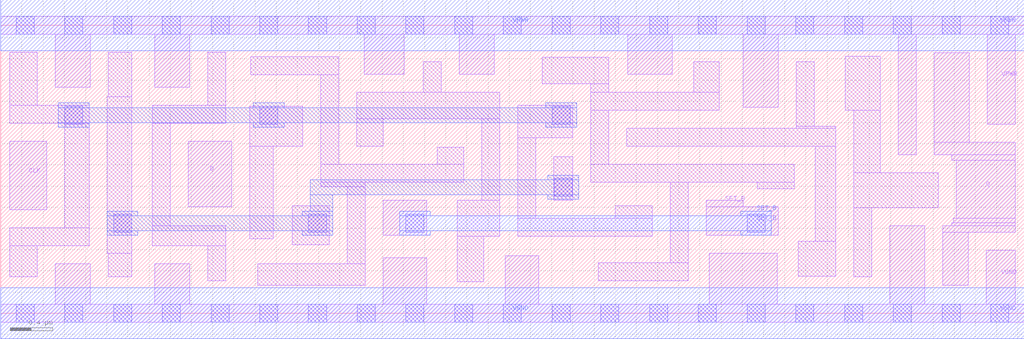
<source format=lef>
# Copyright 2020 The SkyWater PDK Authors
#
# Licensed under the Apache License, Version 2.0 (the "License");
# you may not use this file except in compliance with the License.
# You may obtain a copy of the License at
#
#     https://www.apache.org/licenses/LICENSE-2.0
#
# Unless required by applicable law or agreed to in writing, software
# distributed under the License is distributed on an "AS IS" BASIS,
# WITHOUT WARRANTIES OR CONDITIONS OF ANY KIND, either express or implied.
# See the License for the specific language governing permissions and
# limitations under the License.
#
# SPDX-License-Identifier: Apache-2.0

VERSION 5.7 ;
  NAMESCASESENSITIVE ON ;
  NOWIREEXTENSIONATPIN ON ;
  DIVIDERCHAR "/" ;
  BUSBITCHARS "[]" ;
UNITS
  DATABASE MICRONS 200 ;
END UNITS
MACRO sky130_fd_sc_hd__dfstp_2
  CLASS CORE ;
  SOURCE USER ;
  FOREIGN sky130_fd_sc_hd__dfstp_2 ;
  ORIGIN  0.000000  0.000000 ;
  SIZE  9.660000 BY  2.720000 ;
  SYMMETRY X Y R90 ;
  SITE unithd ;
  PIN D
    ANTENNAGATEAREA  0.222000 ;
    DIRECTION INPUT ;
    USE SIGNAL ;
    PORT
      LAYER li1 ;
        RECT 1.770000 1.005000 2.180000 1.625000 ;
    END
  END D
  PIN Q
    ANTENNADIFFAREA  0.445500 ;
    DIRECTION OUTPUT ;
    USE SIGNAL ;
    PORT
      LAYER li1 ;
        RECT 8.810000 1.495000 9.575000 1.615000 ;
        RECT 8.810000 1.615000 9.140000 2.460000 ;
        RECT 8.890000 0.265000 9.135000 0.765000 ;
        RECT 8.890000 0.765000 9.575000 0.825000 ;
        RECT 8.975000 0.825000 9.575000 0.855000 ;
        RECT 8.975000 1.445000 9.575000 1.495000 ;
        RECT 8.990000 0.855000 9.575000 0.895000 ;
        RECT 9.020000 0.895000 9.575000 1.445000 ;
    END
  END Q
  PIN SET_B
    ANTENNAGATEAREA  0.252000 ;
    DIRECTION INPUT ;
    USE SIGNAL ;
    PORT
      LAYER li1 ;
        RECT 3.610000 0.735000 4.020000 1.065000 ;
        RECT 6.660000 0.735000 7.340000 1.005000 ;
        RECT 6.660000 1.005000 7.010000 1.065000 ;
      LAYER mcon ;
        RECT 3.825000 0.765000 3.995000 0.935000 ;
        RECT 7.045000 0.765000 7.215000 0.935000 ;
      LAYER met1 ;
        RECT 3.765000 0.735000 4.055000 0.780000 ;
        RECT 3.765000 0.780000 7.275000 0.920000 ;
        RECT 3.765000 0.920000 4.055000 0.965000 ;
        RECT 6.985000 0.735000 7.275000 0.780000 ;
        RECT 6.985000 0.920000 7.275000 0.965000 ;
    END
  END SET_B
  PIN CLK
    ANTENNAGATEAREA  0.159000 ;
    DIRECTION INPUT ;
    USE CLOCK ;
    PORT
      LAYER li1 ;
        RECT 0.085000 0.975000 0.435000 1.625000 ;
    END
  END CLK
  PIN VGND
    DIRECTION INOUT ;
    SHAPE ABUTMENT ;
    USE GROUND ;
    PORT
      LAYER li1 ;
        RECT 0.000000 -0.085000 9.660000 0.085000 ;
        RECT 0.515000  0.085000 0.845000 0.465000 ;
        RECT 1.455000  0.085000 1.785000 0.465000 ;
        RECT 3.610000  0.085000 4.020000 0.525000 ;
        RECT 4.760000  0.085000 5.080000 0.545000 ;
        RECT 6.690000  0.085000 7.330000 0.565000 ;
        RECT 8.390000  0.085000 8.720000 0.825000 ;
        RECT 9.305000  0.085000 9.575000 0.595000 ;
      LAYER mcon ;
        RECT 0.145000 -0.085000 0.315000 0.085000 ;
        RECT 0.605000 -0.085000 0.775000 0.085000 ;
        RECT 1.065000 -0.085000 1.235000 0.085000 ;
        RECT 1.525000 -0.085000 1.695000 0.085000 ;
        RECT 1.985000 -0.085000 2.155000 0.085000 ;
        RECT 2.445000 -0.085000 2.615000 0.085000 ;
        RECT 2.905000 -0.085000 3.075000 0.085000 ;
        RECT 3.365000 -0.085000 3.535000 0.085000 ;
        RECT 3.825000 -0.085000 3.995000 0.085000 ;
        RECT 4.285000 -0.085000 4.455000 0.085000 ;
        RECT 4.745000 -0.085000 4.915000 0.085000 ;
        RECT 5.205000 -0.085000 5.375000 0.085000 ;
        RECT 5.665000 -0.085000 5.835000 0.085000 ;
        RECT 6.125000 -0.085000 6.295000 0.085000 ;
        RECT 6.585000 -0.085000 6.755000 0.085000 ;
        RECT 7.045000 -0.085000 7.215000 0.085000 ;
        RECT 7.505000 -0.085000 7.675000 0.085000 ;
        RECT 7.965000 -0.085000 8.135000 0.085000 ;
        RECT 8.425000 -0.085000 8.595000 0.085000 ;
        RECT 8.885000 -0.085000 9.055000 0.085000 ;
        RECT 9.345000 -0.085000 9.515000 0.085000 ;
      LAYER met1 ;
        RECT 0.000000 -0.240000 9.660000 0.240000 ;
    END
  END VGND
  PIN VPWR
    DIRECTION INOUT ;
    SHAPE ABUTMENT ;
    USE POWER ;
    PORT
      LAYER li1 ;
        RECT 0.000000 2.635000 9.660000 2.805000 ;
        RECT 0.515000 2.135000 0.845000 2.635000 ;
        RECT 1.455000 2.135000 1.785000 2.635000 ;
        RECT 3.430000 2.255000 3.810000 2.635000 ;
        RECT 4.330000 2.255000 4.660000 2.635000 ;
        RECT 5.920000 2.255000 6.340000 2.635000 ;
        RECT 7.010000 1.945000 7.340000 2.635000 ;
        RECT 8.470000 1.495000 8.640000 2.635000 ;
        RECT 9.310000 1.785000 9.575000 2.635000 ;
      LAYER mcon ;
        RECT 0.145000 2.635000 0.315000 2.805000 ;
        RECT 0.605000 2.635000 0.775000 2.805000 ;
        RECT 1.065000 2.635000 1.235000 2.805000 ;
        RECT 1.525000 2.635000 1.695000 2.805000 ;
        RECT 1.985000 2.635000 2.155000 2.805000 ;
        RECT 2.445000 2.635000 2.615000 2.805000 ;
        RECT 2.905000 2.635000 3.075000 2.805000 ;
        RECT 3.365000 2.635000 3.535000 2.805000 ;
        RECT 3.825000 2.635000 3.995000 2.805000 ;
        RECT 4.285000 2.635000 4.455000 2.805000 ;
        RECT 4.745000 2.635000 4.915000 2.805000 ;
        RECT 5.205000 2.635000 5.375000 2.805000 ;
        RECT 5.665000 2.635000 5.835000 2.805000 ;
        RECT 6.125000 2.635000 6.295000 2.805000 ;
        RECT 6.585000 2.635000 6.755000 2.805000 ;
        RECT 7.045000 2.635000 7.215000 2.805000 ;
        RECT 7.505000 2.635000 7.675000 2.805000 ;
        RECT 7.965000 2.635000 8.135000 2.805000 ;
        RECT 8.425000 2.635000 8.595000 2.805000 ;
        RECT 8.885000 2.635000 9.055000 2.805000 ;
        RECT 9.345000 2.635000 9.515000 2.805000 ;
      LAYER met1 ;
        RECT 0.000000 2.480000 9.660000 2.960000 ;
    END
  END VPWR
  OBS
    LAYER li1 ;
      RECT 0.085000 0.345000 0.345000 0.635000 ;
      RECT 0.085000 0.635000 0.835000 0.805000 ;
      RECT 0.085000 1.795000 0.835000 1.965000 ;
      RECT 0.085000 1.965000 0.345000 2.465000 ;
      RECT 0.605000 0.805000 0.835000 1.795000 ;
      RECT 1.005000 0.565000 1.235000 2.045000 ;
      RECT 1.015000 0.345000 1.235000 0.565000 ;
      RECT 1.015000 2.045000 1.235000 2.465000 ;
      RECT 1.430000 0.635000 2.125000 0.825000 ;
      RECT 1.430000 0.825000 1.600000 1.795000 ;
      RECT 1.430000 1.795000 2.125000 1.965000 ;
      RECT 1.955000 0.305000 2.125000 0.635000 ;
      RECT 1.955000 1.965000 2.125000 2.465000 ;
      RECT 2.350000 0.705000 2.570000 1.575000 ;
      RECT 2.350000 1.575000 2.850000 1.955000 ;
      RECT 2.360000 2.250000 3.190000 2.420000 ;
      RECT 2.425000 0.265000 3.440000 0.465000 ;
      RECT 2.750000 0.645000 3.100000 1.015000 ;
      RECT 3.020000 1.195000 3.440000 1.235000 ;
      RECT 3.020000 1.235000 4.370000 1.405000 ;
      RECT 3.020000 1.405000 3.190000 2.250000 ;
      RECT 3.270000 0.465000 3.440000 1.195000 ;
      RECT 3.360000 1.575000 3.610000 1.835000 ;
      RECT 3.360000 1.835000 4.710000 2.085000 ;
      RECT 3.990000 2.085000 4.160000 2.375000 ;
      RECT 4.120000 1.405000 4.370000 1.565000 ;
      RECT 4.310000 0.295000 4.560000 0.725000 ;
      RECT 4.310000 0.725000 4.710000 1.065000 ;
      RECT 4.540000 1.065000 4.710000 1.835000 ;
      RECT 4.880000 0.725000 6.150000 0.895000 ;
      RECT 4.880000 0.895000 5.050000 1.655000 ;
      RECT 4.880000 1.655000 5.400000 1.965000 ;
      RECT 5.110000 2.165000 5.740000 2.415000 ;
      RECT 5.220000 1.065000 5.400000 1.475000 ;
      RECT 5.570000 1.235000 7.490000 1.405000 ;
      RECT 5.570000 1.405000 5.740000 1.915000 ;
      RECT 5.570000 1.915000 6.780000 2.085000 ;
      RECT 5.570000 2.085000 5.740000 2.165000 ;
      RECT 5.640000 0.305000 6.490000 0.475000 ;
      RECT 5.800000 0.895000 6.150000 1.015000 ;
      RECT 5.910000 1.575000 7.880000 1.745000 ;
      RECT 6.320000 0.475000 6.490000 1.235000 ;
      RECT 6.540000 2.085000 6.780000 2.375000 ;
      RECT 7.140000 1.175000 7.490000 1.235000 ;
      RECT 7.510000 1.745000 7.880000 1.765000 ;
      RECT 7.510000 1.765000 7.680000 2.375000 ;
      RECT 7.530000 0.350000 7.880000 0.680000 ;
      RECT 7.690000 0.680000 7.880000 1.575000 ;
      RECT 7.970000 1.915000 8.300000 2.425000 ;
      RECT 8.050000 0.345000 8.220000 0.995000 ;
      RECT 8.050000 0.995000 8.850000 1.325000 ;
      RECT 8.050000 1.325000 8.300000 1.915000 ;
    LAYER mcon ;
      RECT 0.605000 1.785000 0.775000 1.955000 ;
      RECT 1.065000 0.765000 1.235000 0.935000 ;
      RECT 2.445000 1.785000 2.615000 1.955000 ;
      RECT 2.905000 0.765000 3.075000 0.935000 ;
      RECT 5.205000 1.785000 5.375000 1.955000 ;
      RECT 5.225000 1.105000 5.395000 1.275000 ;
    LAYER met1 ;
      RECT 0.545000 1.755000 0.835000 1.800000 ;
      RECT 0.545000 1.800000 5.435000 1.940000 ;
      RECT 0.545000 1.940000 0.835000 1.985000 ;
      RECT 1.005000 0.735000 1.295000 0.780000 ;
      RECT 1.005000 0.780000 3.135000 0.920000 ;
      RECT 1.005000 0.920000 1.295000 0.965000 ;
      RECT 2.385000 1.755000 2.675000 1.800000 ;
      RECT 2.385000 1.940000 2.675000 1.985000 ;
      RECT 2.845000 0.735000 3.135000 0.780000 ;
      RECT 2.845000 0.920000 3.135000 0.965000 ;
      RECT 2.920000 0.965000 3.135000 1.120000 ;
      RECT 2.920000 1.120000 5.455000 1.260000 ;
      RECT 5.145000 1.755000 5.435000 1.800000 ;
      RECT 5.145000 1.940000 5.435000 1.985000 ;
      RECT 5.165000 1.075000 5.455000 1.120000 ;
      RECT 5.165000 1.260000 5.455000 1.305000 ;
  END
END sky130_fd_sc_hd__dfstp_2

</source>
